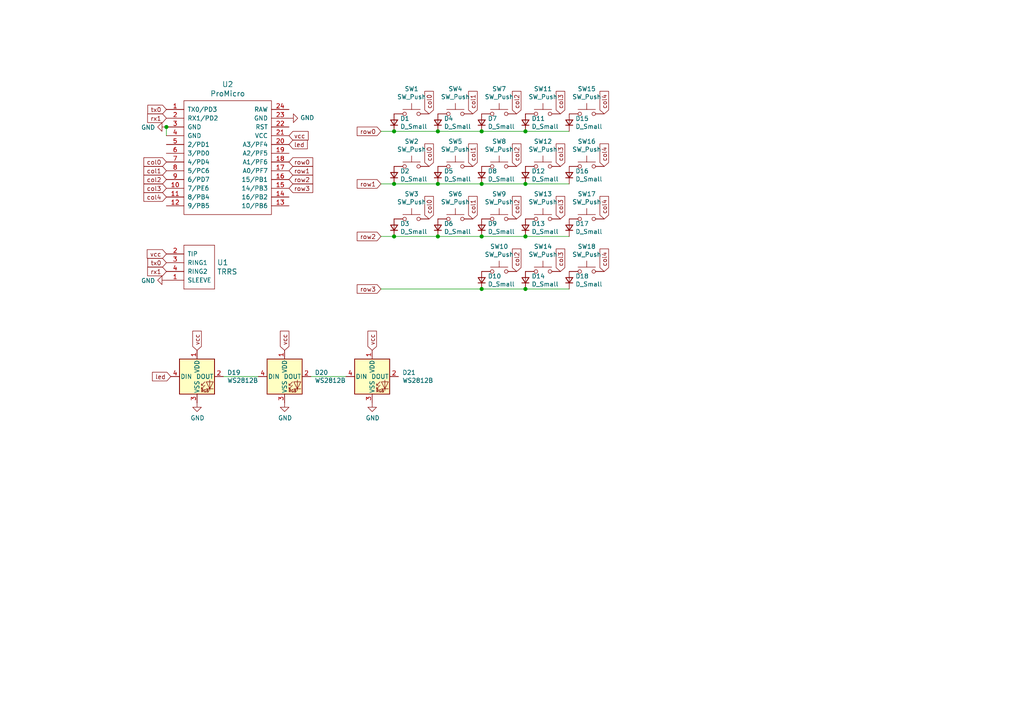
<source format=kicad_sch>
(kicad_sch (version 20210621) (generator eeschema)
  (paper "A4")
  (lib_symbols
    (symbol "Device:D_Small" (pin_numbers hide) (pin_names (offset 0.254) hide)
      (property "Reference" "D" (at -1.27 2.032 0))
      (property "Value" "D_Small" (at -3.81 -2.032 0))
      (symbol "D_Small_0_1"
        (polyline (pts (xy -0.762 -1.016) (xy -0.762 1.016)) (stroke (width 0.254)))
        (polyline (pts (xy -0.762 0) (xy 0.762 0)))
        (polyline (pts (xy 0.762 -1.016) (xy -0.762 0) (xy 0.762 1.016) (xy 0.762 -1.016)) (stroke (width 0.254)))
      )
      (symbol "D_Small_1_1"
        (pin passive line (at -2.54 0 0) (length 1.778) (name "K") (number "1"))
        (pin passive line (at 2.54 0 180) (length 1.778) (name "A") (number "2"))
      )
    )
    (symbol "LED:WS2812B" (pin_names (offset 0.254))
      (property "Reference" "D" (at 5.08 5.715 0))
      (property "Value" "WS2812B" (at 1.27 -5.715 0))
      (symbol "WS2812B_0_0"
        (text "RGB" (at 2.286 -4.191 0) (effects (font (size 0.762 0.762))))
      )
      (symbol "WS2812B_0_1"
        (rectangle (start 5.08 5.08) (end -5.08 -5.08) (stroke (width 0.254)) (fill (type background)))
        (polyline (pts (xy 1.27 -3.556) (xy 1.778 -3.556)))
        (polyline (pts (xy 1.27 -2.54) (xy 1.778 -2.54)))
        (polyline (pts (xy 4.699 -3.556) (xy 2.667 -3.556)))
        (polyline (pts (xy 2.286 -2.54) (xy 1.27 -3.556) (xy 1.27 -3.048)))
        (polyline (pts (xy 2.286 -1.524) (xy 1.27 -2.54) (xy 1.27 -2.032)))
        (polyline (pts (xy 3.683 -1.016) (xy 3.683 -3.556) (xy 3.683 -4.064)))
        (polyline (pts (xy 4.699 -1.524) (xy 2.667 -1.524) (xy 3.683 -3.556) (xy 4.699 -1.524)))
      )
      (symbol "WS2812B_1_1"
        (pin power_in line (at 0 7.62 270) (length 2.54) (name "VDD") (number "1"))
        (pin output line (at 7.62 0 180) (length 2.54) (name "DOUT") (number "2"))
        (pin power_in line (at 0 -7.62 90) (length 2.54) (name "VSS") (number "3"))
        (pin input line (at -7.62 0 0) (length 2.54) (name "DIN") (number "4"))
      )
    )
    (symbol "Switch:SW_Push" (pin_numbers hide) (pin_names (offset 1.016) hide)
      (property "Reference" "SW" (at 1.27 2.54 0))
      (property "Value" "SW_Push" (at 0 -1.524 0))
      (symbol "SW_Push_0_1"
        (circle (center -2.032 0) (radius 0.508))
        (circle (center 2.032 0) (radius 0.508))
        (polyline (pts (xy 0 1.27) (xy 0 3.048)))
        (polyline (pts (xy 2.54 1.27) (xy -2.54 1.27)))
        (pin passive line (at -5.08 0 0) (length 2.54) (name "1") (number "1"))
        (pin passive line (at 5.08 0 180) (length 2.54) (name "2") (number "2"))
      )
    )
    (symbol "keebio:ProMicro" (pin_names (offset 1.016))
      (property "Reference" "U" (at 0 0 0))
      (property "Value" "ProMicro" (at 0 -19.05 0))
      (symbol "ProMicro_0_1"
        (rectangle (start -12.7 -16.51) (end 12.7 16.51))
      )
      (symbol "ProMicro_1_1"
        (pin input line (at -17.78 13.97 0) (length 5.08) (name "TX0/PD3") (number "1"))
        (pin input line (at -17.78 -8.89 0) (length 5.08) (name "7/PE6") (number "10"))
        (pin input line (at -17.78 -11.43 0) (length 5.08) (name "8/PB4") (number "11"))
        (pin input line (at -17.78 -13.97 0) (length 5.08) (name "9/PB5") (number "12"))
        (pin input line (at 17.78 -13.97 180) (length 5.08) (name "10/PB6") (number "13"))
        (pin input line (at 17.78 -11.43 180) (length 5.08) (name "16/PB2") (number "14"))
        (pin input line (at 17.78 -8.89 180) (length 5.08) (name "14/PB3") (number "15"))
        (pin input line (at 17.78 -6.35 180) (length 5.08) (name "15/PB1") (number "16"))
        (pin input line (at 17.78 -3.81 180) (length 5.08) (name "A0/PF7") (number "17"))
        (pin input line (at 17.78 -1.27 180) (length 5.08) (name "A1/PF6") (number "18"))
        (pin input line (at 17.78 1.27 180) (length 5.08) (name "A2/PF5") (number "19"))
        (pin input line (at -17.78 11.43 0) (length 5.08) (name "RX1/PD2") (number "2"))
        (pin input line (at 17.78 3.81 180) (length 5.08) (name "A3/PF4") (number "20"))
        (pin input line (at 17.78 6.35 180) (length 5.08) (name "VCC") (number "21"))
        (pin input line (at 17.78 8.89 180) (length 5.08) (name "RST") (number "22"))
        (pin input line (at 17.78 11.43 180) (length 5.08) (name "GND") (number "23"))
        (pin input line (at 17.78 13.97 180) (length 5.08) (name "RAW") (number "24"))
        (pin input line (at -17.78 8.89 0) (length 5.08) (name "GND") (number "3"))
        (pin input line (at -17.78 6.35 0) (length 5.08) (name "GND") (number "4"))
        (pin input line (at -17.78 3.81 0) (length 5.08) (name "2/PD1") (number "5"))
        (pin input line (at -17.78 1.27 0) (length 5.08) (name "3/PD0") (number "6"))
        (pin input line (at -17.78 -1.27 0) (length 5.08) (name "4/PD4") (number "7"))
        (pin input line (at -17.78 -3.81 0) (length 5.08) (name "5/PC6") (number "8"))
        (pin input line (at -17.78 -6.35 0) (length 5.08) (name "6/PD7") (number "9"))
      )
    )
    (symbol "keebio:TRRS" (pin_names (offset 1.016))
      (property "Reference" "U" (at 0 15.24 0))
      (property "Value" "TRRS" (at 0 -2.54 0))
      (symbol "TRRS_0_1"
        (rectangle (start -3.81 0) (end -3.81 12.7))
        (rectangle (start -3.81 12.7) (end 5.08 12.7))
        (rectangle (start 5.08 0) (end -3.81 0))
        (rectangle (start 5.08 12.7) (end 5.08 0))
      )
      (symbol "TRRS_1_1"
        (pin input line (at -8.89 2.54 0) (length 5.08) (name "SLEEVE") (number "1"))
        (pin input line (at -8.89 10.16 0) (length 5.08) (name "TIP") (number "2"))
        (pin input line (at -8.89 7.62 0) (length 5.08) (name "RING1") (number "3"))
        (pin input line (at -8.89 5.08 0) (length 5.08) (name "RING2") (number "4"))
      )
    )
    (symbol "power:GND" (power) (pin_names (offset 0))
      (property "Value" "GND" (at 0 -3.81 0))
      (symbol "GND_0_1"
        (polyline (pts (xy 0 0) (xy 0 -1.27) (xy 1.27 -1.27) (xy 0 -2.54) (xy -1.27 -1.27) (xy 0 -1.27)))
      )
      (symbol "GND_1_1"
        (pin power_in line (at 0 0 270) (length 0) hide (name "GND") (number "1"))
      )
    )
  )
  (junction (at 48.26 36.83) (diameter 1.016))
  (junction (at 114.3 38.1) (diameter 1.016))
  (junction (at 114.3 53.34) (diameter 1.016))
  (junction (at 114.3 68.58) (diameter 1.016))
  (junction (at 127 38.1) (diameter 1.016))
  (junction (at 127 53.34) (diameter 1.016))
  (junction (at 127 68.58) (diameter 1.016))
  (junction (at 139.7 38.1) (diameter 1.016))
  (junction (at 139.7 53.34) (diameter 1.016))
  (junction (at 139.7 68.58) (diameter 1.016))
  (junction (at 139.7 83.82) (diameter 1.016))
  (junction (at 152.4 38.1) (diameter 1.016))
  (junction (at 152.4 53.34) (diameter 1.016))
  (junction (at 152.4 68.58) (diameter 1.016))
  (junction (at 152.4 83.82) (diameter 1.016))
  (wire (pts (xy 48.26 39.37) (xy 48.26 36.83)))
  (wire (pts (xy 64.77 109.22) (xy 74.93 109.22)))
  (wire (pts (xy 90.17 109.22) (xy 100.33 109.22)))
  (wire (pts (xy 110.49 38.1) (xy 114.3 38.1)))
  (wire (pts (xy 110.49 53.34) (xy 114.3 53.34)))
  (wire (pts (xy 110.49 68.58) (xy 114.3 68.58)))
  (wire (pts (xy 110.49 83.82) (xy 139.7 83.82)))
  (wire (pts (xy 114.3 38.1) (xy 127 38.1)))
  (wire (pts (xy 114.3 53.34) (xy 127 53.34)))
  (wire (pts (xy 114.3 68.58) (xy 127 68.58)))
  (wire (pts (xy 127 38.1) (xy 139.7 38.1)))
  (wire (pts (xy 127 53.34) (xy 139.7 53.34)))
  (wire (pts (xy 127 68.58) (xy 139.7 68.58)))
  (wire (pts (xy 139.7 38.1) (xy 152.4 38.1)))
  (wire (pts (xy 139.7 53.34) (xy 152.4 53.34)))
  (wire (pts (xy 139.7 68.58) (xy 152.4 68.58)))
  (wire (pts (xy 139.7 83.82) (xy 152.4 83.82)))
  (wire (pts (xy 152.4 38.1) (xy 165.1 38.1)))
  (wire (pts (xy 152.4 53.34) (xy 165.1 53.34)))
  (wire (pts (xy 152.4 68.58) (xy 165.1 68.58)))
  (wire (pts (xy 152.4 83.82) (xy 165.1 83.82)))
  (global_label "tx0" (shape input) (at 48.26 31.75 180) (property "Intersheet References" "${INTERSHEET_REFS}" (effects hide)))
  (global_label "rx1" (shape input) (at 48.26 34.29 180) (property "Intersheet References" "${INTERSHEET_REFS}" (effects hide)))
  (global_label "col0" (shape input) (at 48.26 46.99 180) (property "Intersheet References" "${INTERSHEET_REFS}" (effects hide)))
  (global_label "col1" (shape input) (at 48.26 49.53 180) (property "Intersheet References" "${INTERSHEET_REFS}" (effects hide)))
  (global_label "col2" (shape input) (at 48.26 52.07 180) (property "Intersheet References" "${INTERSHEET_REFS}" (effects hide)))
  (global_label "col3" (shape input) (at 48.26 54.61 180) (property "Intersheet References" "${INTERSHEET_REFS}" (effects hide)))
  (global_label "col4" (shape input) (at 48.26 57.15 180) (property "Intersheet References" "${INTERSHEET_REFS}" (effects hide)))
  (global_label "vcc" (shape input) (at 48.26 73.66 180) (property "Intersheet References" "${INTERSHEET_REFS}" (effects hide)))
  (global_label "tx0" (shape input) (at 48.26 76.2 180) (property "Intersheet References" "${INTERSHEET_REFS}" (effects hide)))
  (global_label "rx1" (shape input) (at 48.26 78.74 180) (property "Intersheet References" "${INTERSHEET_REFS}" (effects hide)))
  (global_label "led" (shape input) (at 49.53 109.22 180) (property "Intersheet References" "${INTERSHEET_REFS}" (effects hide)))
  (global_label "vcc" (shape input) (at 57.15 101.6 90) (property "Intersheet References" "${INTERSHEET_REFS}" (effects hide)))
  (global_label "vcc" (shape input) (at 82.55 101.6 90) (property "Intersheet References" "${INTERSHEET_REFS}" (effects hide)))
  (global_label "vcc" (shape input) (at 83.82 39.37 0) (property "Intersheet References" "${INTERSHEET_REFS}" (effects hide)))
  (global_label "led" (shape input) (at 83.82 41.91 0) (property "Intersheet References" "${INTERSHEET_REFS}" (effects hide)))
  (global_label "row0" (shape input) (at 83.82 46.99 0) (property "Intersheet References" "${INTERSHEET_REFS}" (effects hide)))
  (global_label "row1" (shape input) (at 83.82 49.53 0) (property "Intersheet References" "${INTERSHEET_REFS}" (effects hide)))
  (global_label "row2" (shape input) (at 83.82 52.07 0) (property "Intersheet References" "${INTERSHEET_REFS}" (effects hide)))
  (global_label "row3" (shape input) (at 83.82 54.61 0) (property "Intersheet References" "${INTERSHEET_REFS}" (effects hide)))
  (global_label "vcc" (shape input) (at 107.95 101.6 90) (property "Intersheet References" "${INTERSHEET_REFS}" (effects hide)))
  (global_label "row0" (shape input) (at 110.49 38.1 180) (property "Intersheet References" "${INTERSHEET_REFS}" (effects hide)))
  (global_label "row1" (shape input) (at 110.49 53.34 180) (property "Intersheet References" "${INTERSHEET_REFS}" (effects hide)))
  (global_label "row2" (shape input) (at 110.49 68.58 180) (property "Intersheet References" "${INTERSHEET_REFS}" (effects hide)))
  (global_label "row3" (shape input) (at 110.49 83.82 180) (property "Intersheet References" "${INTERSHEET_REFS}" (effects hide)))
  (global_label "col0" (shape input) (at 124.46 33.02 90) (property "Intersheet References" "${INTERSHEET_REFS}" (effects hide)))
  (global_label "col0" (shape input) (at 124.46 48.26 90) (property "Intersheet References" "${INTERSHEET_REFS}" (effects hide)))
  (global_label "col0" (shape input) (at 124.46 63.5 90) (property "Intersheet References" "${INTERSHEET_REFS}" (effects hide)))
  (global_label "col1" (shape input) (at 137.16 33.02 90) (property "Intersheet References" "${INTERSHEET_REFS}" (effects hide)))
  (global_label "col1" (shape input) (at 137.16 48.26 90) (property "Intersheet References" "${INTERSHEET_REFS}" (effects hide)))
  (global_label "col1" (shape input) (at 137.16 63.5 90) (property "Intersheet References" "${INTERSHEET_REFS}" (effects hide)))
  (global_label "col2" (shape input) (at 149.86 33.02 90) (property "Intersheet References" "${INTERSHEET_REFS}" (effects hide)))
  (global_label "col2" (shape input) (at 149.86 48.26 90) (property "Intersheet References" "${INTERSHEET_REFS}" (effects hide)))
  (global_label "col2" (shape input) (at 149.86 63.5 90) (property "Intersheet References" "${INTERSHEET_REFS}" (effects hide)))
  (global_label "col2" (shape input) (at 149.86 78.74 90) (property "Intersheet References" "${INTERSHEET_REFS}" (effects hide)))
  (global_label "col3" (shape input) (at 162.56 33.02 90) (property "Intersheet References" "${INTERSHEET_REFS}" (effects hide)))
  (global_label "col3" (shape input) (at 162.56 48.26 90) (property "Intersheet References" "${INTERSHEET_REFS}" (effects hide)))
  (global_label "col3" (shape input) (at 162.56 63.5 90) (property "Intersheet References" "${INTERSHEET_REFS}" (effects hide)))
  (global_label "col3" (shape input) (at 162.56 78.74 90) (property "Intersheet References" "${INTERSHEET_REFS}" (effects hide)))
  (global_label "col4" (shape input) (at 175.26 33.02 90) (property "Intersheet References" "${INTERSHEET_REFS}" (effects hide)))
  (global_label "col4" (shape input) (at 175.26 48.26 90) (property "Intersheet References" "${INTERSHEET_REFS}" (effects hide)))
  (global_label "col4" (shape input) (at 175.26 63.5 90) (property "Intersheet References" "${INTERSHEET_REFS}" (effects hide)))
  (global_label "col4" (shape input) (at 175.26 78.74 90) (property "Intersheet References" "${INTERSHEET_REFS}" (effects hide)))
  (symbol (lib_id "power:GND") (at 48.26 36.83 270) (unit 1)
    (property "Reference" "#PWR01" (effects hide))
    (property "Value" "GND" (at 45.0088 36.957 90) (effects (justify right)))
  )
  (symbol (lib_id "power:GND") (at 48.26 81.28 270) (unit 1)
    (property "Reference" "#PWR02" (effects hide))
    (property "Value" "GND" (at 45.0088 81.407 90) (effects (justify right)))
  )
  (symbol (lib_id "power:GND") (at 57.15 116.84 0) (unit 1)
    (property "Reference" "#PWR04" (effects hide))
    (property "Value" "GND" (at 57.277 121.2342 0))
  )
  (symbol (lib_id "power:GND") (at 82.55 116.84 0) (unit 1)
    (property "Reference" "#PWR05" (effects hide))
    (property "Value" "GND" (at 82.677 121.2342 0))
  )
  (symbol (lib_id "power:GND") (at 83.82 34.29 90) (unit 1)
    (property "Reference" "#PWR03" (effects hide))
    (property "Value" "GND" (at 87.0712 34.163 90) (effects (justify right)))
  )
  (symbol (lib_id "power:GND") (at 107.95 116.84 0) (unit 1)
    (property "Reference" "#PWR06" (effects hide))
    (property "Value" "GND" (at 108.077 121.2342 0))
  )
  (symbol (lib_id "Device:D_Small") (at 114.3 35.56 90) (unit 1)
    (property "Reference" "D1" (at 116.078 34.3916 90) (effects (justify right)))
    (property "Value" "D_Small" (at 116.078 36.703 90) (effects (justify right)))
    (property "Footprint" "perce:D_MiniMELF-DoubleSide" (effects hide))
  )
  (symbol (lib_id "Device:D_Small") (at 114.3 50.8 90) (unit 1)
    (property "Reference" "D2" (at 116.078 49.6316 90) (effects (justify right)))
    (property "Value" "D_Small" (at 116.078 51.943 90) (effects (justify right)))
    (property "Footprint" "perce:D_MiniMELF-DoubleSide" (effects hide))
  )
  (symbol (lib_id "Device:D_Small") (at 114.3 66.04 90) (unit 1)
    (property "Reference" "D3" (at 116.078 64.8716 90) (effects (justify right)))
    (property "Value" "D_Small" (at 116.078 67.183 90) (effects (justify right)))
    (property "Footprint" "perce:D_MiniMELF-DoubleSide" (effects hide))
  )
  (symbol (lib_id "Device:D_Small") (at 127 35.56 90) (unit 1)
    (property "Reference" "D4" (at 128.778 34.3916 90) (effects (justify right)))
    (property "Value" "D_Small" (at 128.778 36.703 90) (effects (justify right)))
    (property "Footprint" "perce:D_MiniMELF-DoubleSide" (effects hide))
  )
  (symbol (lib_id "Device:D_Small") (at 127 50.8 90) (unit 1)
    (property "Reference" "D5" (at 128.778 49.6316 90) (effects (justify right)))
    (property "Value" "D_Small" (at 128.778 51.943 90) (effects (justify right)))
    (property "Footprint" "perce:D_MiniMELF-DoubleSide" (effects hide))
  )
  (symbol (lib_id "Device:D_Small") (at 127 66.04 90) (unit 1)
    (property "Reference" "D6" (at 128.778 64.8716 90) (effects (justify right)))
    (property "Value" "D_Small" (at 128.778 67.183 90) (effects (justify right)))
    (property "Footprint" "perce:D_MiniMELF-DoubleSide" (effects hide))
  )
  (symbol (lib_id "Device:D_Small") (at 139.7 35.56 90) (unit 1)
    (property "Reference" "D7" (at 141.478 34.3916 90) (effects (justify right)))
    (property "Value" "D_Small" (at 141.478 36.703 90) (effects (justify right)))
    (property "Footprint" "perce:D_MiniMELF-DoubleSide" (effects hide))
  )
  (symbol (lib_id "Device:D_Small") (at 139.7 50.8 90) (unit 1)
    (property "Reference" "D8" (at 141.478 49.6316 90) (effects (justify right)))
    (property "Value" "D_Small" (at 141.478 51.943 90) (effects (justify right)))
    (property "Footprint" "perce:D_MiniMELF-DoubleSide" (effects hide))
  )
  (symbol (lib_id "Device:D_Small") (at 139.7 66.04 90) (unit 1)
    (property "Reference" "D9" (at 141.478 64.8716 90) (effects (justify right)))
    (property "Value" "D_Small" (at 141.478 67.183 90) (effects (justify right)))
    (property "Footprint" "perce:D_MiniMELF-DoubleSide" (effects hide))
  )
  (symbol (lib_id "Device:D_Small") (at 139.7 81.28 90) (unit 1)
    (property "Reference" "D10" (at 141.478 80.1116 90) (effects (justify right)))
    (property "Value" "D_Small" (at 141.478 82.423 90) (effects (justify right)))
    (property "Footprint" "perce:D_MiniMELF-DoubleSide" (effects hide))
  )
  (symbol (lib_id "Device:D_Small") (at 152.4 35.56 90) (unit 1)
    (property "Reference" "D11" (at 154.178 34.3916 90) (effects (justify right)))
    (property "Value" "D_Small" (at 154.178 36.703 90) (effects (justify right)))
    (property "Footprint" "perce:D_MiniMELF-DoubleSide" (effects hide))
  )
  (symbol (lib_id "Device:D_Small") (at 152.4 50.8 90) (unit 1)
    (property "Reference" "D12" (at 154.178 49.6316 90) (effects (justify right)))
    (property "Value" "D_Small" (at 154.178 51.943 90) (effects (justify right)))
    (property "Footprint" "perce:D_MiniMELF-DoubleSide" (effects hide))
  )
  (symbol (lib_id "Device:D_Small") (at 152.4 66.04 90) (unit 1)
    (property "Reference" "D13" (at 154.178 64.8716 90) (effects (justify right)))
    (property "Value" "D_Small" (at 154.178 67.183 90) (effects (justify right)))
    (property "Footprint" "perce:D_MiniMELF-DoubleSide" (effects hide))
  )
  (symbol (lib_id "Device:D_Small") (at 152.4 81.28 90) (unit 1)
    (property "Reference" "D14" (at 154.178 80.1116 90) (effects (justify right)))
    (property "Value" "D_Small" (at 154.178 82.423 90) (effects (justify right)))
    (property "Footprint" "perce:D_MiniMELF-DoubleSide" (effects hide))
  )
  (symbol (lib_id "Device:D_Small") (at 165.1 35.56 90) (unit 1)
    (property "Reference" "D15" (at 166.878 34.3916 90) (effects (justify right)))
    (property "Value" "D_Small" (at 166.878 36.703 90) (effects (justify right)))
    (property "Footprint" "perce:D_MiniMELF-DoubleSide" (effects hide))
  )
  (symbol (lib_id "Device:D_Small") (at 165.1 50.8 90) (unit 1)
    (property "Reference" "D16" (at 166.878 49.6316 90) (effects (justify right)))
    (property "Value" "D_Small" (at 166.878 51.943 90) (effects (justify right)))
    (property "Footprint" "perce:D_MiniMELF-DoubleSide" (effects hide))
  )
  (symbol (lib_id "Device:D_Small") (at 165.1 66.04 90) (unit 1)
    (property "Reference" "D17" (at 166.878 64.8716 90) (effects (justify right)))
    (property "Value" "D_Small" (at 166.878 67.183 90) (effects (justify right)))
    (property "Footprint" "perce:D_MiniMELF-DoubleSide" (effects hide))
  )
  (symbol (lib_id "Device:D_Small") (at 165.1 81.28 90) (unit 1)
    (property "Reference" "D18" (at 166.878 80.1116 90) (effects (justify right)))
    (property "Value" "D_Small" (at 166.878 82.423 90) (effects (justify right)))
    (property "Footprint" "perce:D_MiniMELF-DoubleSide" (effects hide))
  )
  (symbol (lib_id "Switch:SW_Push") (at 119.38 33.02 0) (unit 1)
    (property "Reference" "SW1" (at 119.38 25.781 0))
    (property "Value" "SW_Push" (at 119.38 28.0924 0))
    (property "Footprint" "perce:MX-reversible-min-spacing" (effects hide))
  )
  (symbol (lib_id "Switch:SW_Push") (at 119.38 48.26 0) (unit 1)
    (property "Reference" "SW2" (at 119.38 41.021 0))
    (property "Value" "SW_Push" (at 119.38 43.3324 0))
    (property "Footprint" "perce:MX-reversible-min-spacing" (effects hide))
  )
  (symbol (lib_id "Switch:SW_Push") (at 119.38 63.5 0) (unit 1)
    (property "Reference" "SW3" (at 119.38 56.261 0))
    (property "Value" "SW_Push" (at 119.38 58.5724 0))
    (property "Footprint" "perce:MX-reversible-min-spacing" (effects hide))
  )
  (symbol (lib_id "Switch:SW_Push") (at 132.08 33.02 0) (unit 1)
    (property "Reference" "SW4" (at 132.08 25.781 0))
    (property "Value" "SW_Push" (at 132.08 28.0924 0))
    (property "Footprint" "perce:MX-reversible-min-spacing" (effects hide))
  )
  (symbol (lib_id "Switch:SW_Push") (at 132.08 48.26 0) (unit 1)
    (property "Reference" "SW5" (at 132.08 41.021 0))
    (property "Value" "SW_Push" (at 132.08 43.3324 0))
    (property "Footprint" "perce:MX-reversible-min-spacing" (effects hide))
  )
  (symbol (lib_id "Switch:SW_Push") (at 132.08 63.5 0) (unit 1)
    (property "Reference" "SW6" (at 132.08 56.261 0))
    (property "Value" "SW_Push" (at 132.08 58.5724 0))
    (property "Footprint" "perce:MX-reversible-min-spacing" (effects hide))
  )
  (symbol (lib_id "Switch:SW_Push") (at 144.78 33.02 0) (unit 1)
    (property "Reference" "SW7" (at 144.78 25.781 0))
    (property "Value" "SW_Push" (at 144.78 28.0924 0))
    (property "Footprint" "perce:MX-reversible-min-spacing" (effects hide))
  )
  (symbol (lib_id "Switch:SW_Push") (at 144.78 48.26 0) (unit 1)
    (property "Reference" "SW8" (at 144.78 41.021 0))
    (property "Value" "SW_Push" (at 144.78 43.3324 0))
    (property "Footprint" "perce:MX-reversible-min-spacing" (effects hide))
  )
  (symbol (lib_id "Switch:SW_Push") (at 144.78 63.5 0) (unit 1)
    (property "Reference" "SW9" (at 144.78 56.261 0))
    (property "Value" "SW_Push" (at 144.78 58.5724 0))
    (property "Footprint" "perce:MX-reversible-min-spacing" (effects hide))
  )
  (symbol (lib_id "Switch:SW_Push") (at 144.78 78.74 0) (unit 1)
    (property "Reference" "SW10" (at 144.78 71.501 0))
    (property "Value" "SW_Push" (at 144.78 73.8124 0))
    (property "Footprint" "perce:MX-reversible-min-spacing" (effects hide))
  )
  (symbol (lib_id "Switch:SW_Push") (at 157.48 33.02 0) (unit 1)
    (property "Reference" "SW11" (at 157.48 25.781 0))
    (property "Value" "SW_Push" (at 157.48 28.0924 0))
    (property "Footprint" "perce:MX-reversible-min-spacing" (effects hide))
  )
  (symbol (lib_id "Switch:SW_Push") (at 157.48 48.26 0) (unit 1)
    (property "Reference" "SW12" (at 157.48 41.021 0))
    (property "Value" "SW_Push" (at 157.48 43.3324 0))
    (property "Footprint" "perce:MX-reversible-min-spacing" (effects hide))
  )
  (symbol (lib_id "Switch:SW_Push") (at 157.48 63.5 0) (unit 1)
    (property "Reference" "SW13" (at 157.48 56.261 0))
    (property "Value" "SW_Push" (at 157.48 58.5724 0))
    (property "Footprint" "perce:MX-reversible-min-spacing" (effects hide))
  )
  (symbol (lib_id "Switch:SW_Push") (at 157.48 78.74 0) (unit 1)
    (property "Reference" "SW14" (at 157.48 71.501 0))
    (property "Value" "SW_Push" (at 157.48 73.8124 0))
    (property "Footprint" "perce:MX-reversible-min-spacing" (effects hide))
  )
  (symbol (lib_id "Switch:SW_Push") (at 170.18 33.02 0) (unit 1)
    (property "Reference" "SW15" (at 170.18 25.781 0))
    (property "Value" "SW_Push" (at 170.18 28.0924 0))
    (property "Footprint" "perce:MX-reversible-min-spacing" (effects hide))
  )
  (symbol (lib_id "Switch:SW_Push") (at 170.18 48.26 0) (unit 1)
    (property "Reference" "SW16" (at 170.18 41.021 0))
    (property "Value" "SW_Push" (at 170.18 43.3324 0))
    (property "Footprint" "perce:MX-reversible-min-spacing" (effects hide))
  )
  (symbol (lib_id "Switch:SW_Push") (at 170.18 63.5 0) (unit 1)
    (property "Reference" "SW17" (at 170.18 56.261 0))
    (property "Value" "SW_Push" (at 170.18 58.5724 0))
    (property "Footprint" "perce:MX-reversible-min-spacing" (effects hide))
  )
  (symbol (lib_id "Switch:SW_Push") (at 170.18 78.74 0) (unit 1)
    (property "Reference" "SW18" (at 170.18 71.501 0))
    (property "Value" "SW_Push" (at 170.18 73.8124 0))
    (property "Footprint" "perce:MX-reversible-min-spacing" (effects hide))
  )
  (symbol (lib_id "keebio:TRRS") (at 57.15 83.82 0) (unit 1)
    (property "Reference" "U1" (at 62.9412 76.1238 0) (effects (font (size 1.524 1.524)) (justify left)))
    (property "Value" "TRRS" (at 62.9412 78.8162 0) (effects (font (size 1.524 1.524)) (justify left)))
    (property "Footprint" "perce:TRRS-PJ-320A-dual_slim" (effects hide))
  )
  (symbol (lib_id "LED:WS2812B") (at 57.15 109.22 0) (unit 1)
    (property "Reference" "D19" (at 65.8876 108.0516 0) (effects (justify left)))
    (property "Value" "WS2812B" (at 65.8876 110.363 0) (effects (justify left)))
    (property "Footprint" "perce:LED_WS2812B_PLCC4_5.0x5.0mm_P3.2mm" (effects hide))
    (property "Datasheet" "https://cdn-shop.adafruit.com/datasheets/WS2812B.pdf" (effects hide))
  )
  (symbol (lib_id "LED:WS2812B") (at 82.55 109.22 0) (unit 1)
    (property "Reference" "D20" (at 91.2876 108.0516 0) (effects (justify left)))
    (property "Value" "WS2812B" (at 91.2876 110.363 0) (effects (justify left)))
    (property "Footprint" "perce:LED_WS2812B_PLCC4_5.0x5.0mm_P3.2mm" (effects hide))
    (property "Datasheet" "https://cdn-shop.adafruit.com/datasheets/WS2812B.pdf" (effects hide))
  )
  (symbol (lib_id "LED:WS2812B") (at 107.95 109.22 0) (unit 1)
    (property "Reference" "D21" (at 116.6876 108.0516 0) (effects (justify left)))
    (property "Value" "WS2812B" (at 116.6876 110.363 0) (effects (justify left)))
    (property "Footprint" "perce:LED_WS2812B_PLCC4_5.0x5.0mm_P3.2mm" (effects hide))
    (property "Datasheet" "https://cdn-shop.adafruit.com/datasheets/WS2812B.pdf" (effects hide))
  )
  (symbol (lib_id "keebio:ProMicro") (at 66.04 45.72 0) (unit 1)
    (property "Reference" "U2" (at 66.04 24.4602 0) (effects (font (size 1.524 1.524))))
    (property "Value" "ProMicro" (at 66.04 27.1526 0) (effects (font (size 1.524 1.524))))
    (property "Footprint" "perce:ReversibleProMicro" (effects hide))
  )
)
</source>
